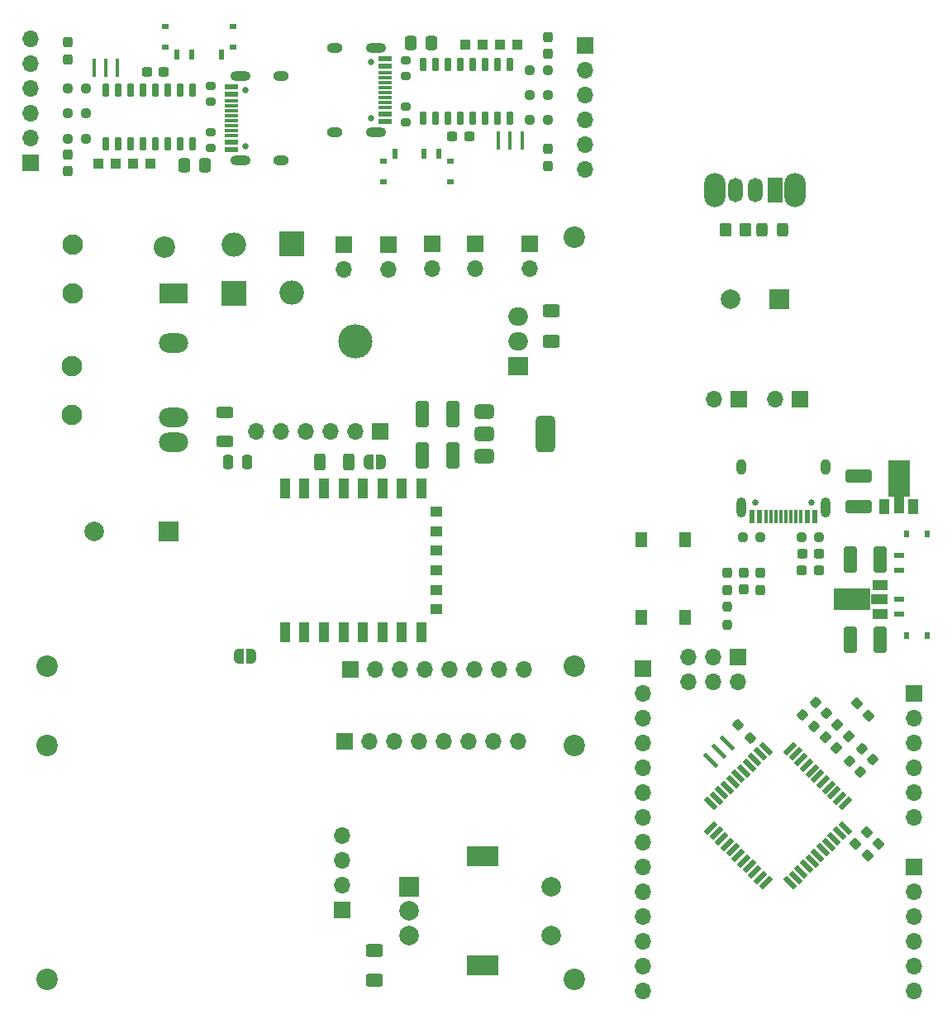
<source format=gbr>
%TF.GenerationSoftware,KiCad,Pcbnew,8.0.3*%
%TF.CreationDate,2024-09-09T16:29:24+03:00*%
%TF.ProjectId,JLC7,4a4c4337-2e6b-4696-9361-645f70636258,rev?*%
%TF.SameCoordinates,Original*%
%TF.FileFunction,Soldermask,Top*%
%TF.FilePolarity,Negative*%
%FSLAX46Y46*%
G04 Gerber Fmt 4.6, Leading zero omitted, Abs format (unit mm)*
G04 Created by KiCad (PCBNEW 8.0.3) date 2024-09-09 16:29:24*
%MOMM*%
%LPD*%
G01*
G04 APERTURE LIST*
G04 Aperture macros list*
%AMRoundRect*
0 Rectangle with rounded corners*
0 $1 Rounding radius*
0 $2 $3 $4 $5 $6 $7 $8 $9 X,Y pos of 4 corners*
0 Add a 4 corners polygon primitive as box body*
4,1,4,$2,$3,$4,$5,$6,$7,$8,$9,$2,$3,0*
0 Add four circle primitives for the rounded corners*
1,1,$1+$1,$2,$3*
1,1,$1+$1,$4,$5*
1,1,$1+$1,$6,$7*
1,1,$1+$1,$8,$9*
0 Add four rect primitives between the rounded corners*
20,1,$1+$1,$2,$3,$4,$5,0*
20,1,$1+$1,$4,$5,$6,$7,0*
20,1,$1+$1,$6,$7,$8,$9,0*
20,1,$1+$1,$8,$9,$2,$3,0*%
%AMRotRect*
0 Rectangle, with rotation*
0 The origin of the aperture is its center*
0 $1 length*
0 $2 width*
0 $3 Rotation angle, in degrees counterclockwise*
0 Add horizontal line*
21,1,$1,$2,0,0,$3*%
%AMFreePoly0*
4,1,19,0.500000,-0.750000,0.000000,-0.750000,0.000000,-0.744911,-0.071157,-0.744911,-0.207708,-0.704816,-0.327430,-0.627875,-0.420627,-0.520320,-0.479746,-0.390866,-0.500000,-0.250000,-0.500000,0.250000,-0.479746,0.390866,-0.420627,0.520320,-0.327430,0.627875,-0.207708,0.704816,-0.071157,0.744911,0.000000,0.744911,0.000000,0.750000,0.500000,0.750000,0.500000,-0.750000,0.500000,-0.750000,
$1*%
%AMFreePoly1*
4,1,19,0.000000,0.744911,0.071157,0.744911,0.207708,0.704816,0.327430,0.627875,0.420627,0.520320,0.479746,0.390866,0.500000,0.250000,0.500000,-0.250000,0.479746,-0.390866,0.420627,-0.520320,0.327430,-0.627875,0.207708,-0.704816,0.071157,-0.744911,0.000000,-0.744911,0.000000,-0.750000,-0.500000,-0.750000,-0.500000,0.750000,0.000000,0.750000,0.000000,0.744911,0.000000,0.744911,
$1*%
G04 Aperture macros list end*
%ADD10RoundRect,0.237500X0.044194X0.380070X-0.380070X-0.044194X-0.044194X-0.380070X0.380070X0.044194X0*%
%ADD11RoundRect,0.237500X-0.237500X0.300000X-0.237500X-0.300000X0.237500X-0.300000X0.237500X0.300000X0*%
%ADD12RoundRect,0.237500X0.250000X0.237500X-0.250000X0.237500X-0.250000X-0.237500X0.250000X-0.237500X0*%
%ADD13RoundRect,0.250000X-0.625000X0.400000X-0.625000X-0.400000X0.625000X-0.400000X0.625000X0.400000X0*%
%ADD14RoundRect,0.375000X-0.625000X-0.375000X0.625000X-0.375000X0.625000X0.375000X-0.625000X0.375000X0*%
%ADD15RoundRect,0.500000X-0.500000X-1.400000X0.500000X-1.400000X0.500000X1.400000X-0.500000X1.400000X0*%
%ADD16R,1.700000X1.700000*%
%ADD17O,1.700000X1.700000*%
%ADD18RoundRect,0.200000X-0.275000X0.200000X-0.275000X-0.200000X0.275000X-0.200000X0.275000X0.200000X0*%
%ADD19RoundRect,0.237500X-0.344715X0.008839X0.008839X-0.344715X0.344715X-0.008839X-0.008839X0.344715X0*%
%ADD20RoundRect,0.200000X0.275000X-0.200000X0.275000X0.200000X-0.275000X0.200000X-0.275000X-0.200000X0*%
%ADD21RoundRect,0.237500X0.237500X-0.287500X0.237500X0.287500X-0.237500X0.287500X-0.237500X-0.287500X0*%
%ADD22RoundRect,0.237500X0.237500X-0.250000X0.237500X0.250000X-0.237500X0.250000X-0.237500X-0.250000X0*%
%ADD23C,2.200000*%
%ADD24R,0.400000X1.900000*%
%ADD25RotRect,0.508000X1.473200X135.000000*%
%ADD26RotRect,0.508000X1.473200X45.000000*%
%ADD27R,2.500000X2.500000*%
%ADD28O,2.500000X2.500000*%
%ADD29RoundRect,0.237500X0.380070X-0.044194X-0.044194X0.380070X-0.380070X0.044194X0.044194X-0.380070X0*%
%ADD30RoundRect,0.237500X-0.237500X0.287500X-0.237500X-0.287500X0.237500X-0.287500X0.237500X0.287500X0*%
%ADD31RoundRect,0.237500X0.008839X0.344715X-0.344715X-0.008839X-0.008839X-0.344715X0.344715X0.008839X0*%
%ADD32R,1.000000X1.000000*%
%ADD33RoundRect,0.237500X-0.250000X-0.237500X0.250000X-0.237500X0.250000X0.237500X-0.250000X0.237500X0*%
%ADD34R,1.000000X0.500000*%
%ADD35R,0.500000X0.800000*%
%ADD36R,0.500000X1.000000*%
%ADD37R,0.800000X0.500000*%
%ADD38R,1.500000X1.000000*%
%ADD39R,3.700000X2.200000*%
%ADD40R,1.800000X1.000000*%
%ADD41RoundRect,0.250000X0.412500X1.100000X-0.412500X1.100000X-0.412500X-1.100000X0.412500X-1.100000X0*%
%ADD42R,2.000000X2.000000*%
%ADD43C,2.000000*%
%ADD44R,1.000000X1.500000*%
%ADD45R,2.200000X3.700000*%
%ADD46R,1.000000X1.800000*%
%ADD47RoundRect,0.250000X-0.337500X-0.475000X0.337500X-0.475000X0.337500X0.475000X-0.337500X0.475000X0*%
%ADD48O,3.500000X3.500000*%
%ADD49R,2.000000X1.905000*%
%ADD50O,2.000000X1.905000*%
%ADD51RoundRect,0.237500X-0.380070X0.044194X0.044194X-0.380070X0.380070X-0.044194X-0.044194X0.380070X0*%
%ADD52RoundRect,0.237500X-0.044194X-0.380070X0.380070X0.044194X0.044194X0.380070X-0.380070X-0.044194X0*%
%ADD53C,0.650000*%
%ADD54R,0.600000X1.450000*%
%ADD55R,0.300000X1.450000*%
%ADD56O,1.000000X2.100000*%
%ADD57O,1.000000X1.600000*%
%ADD58RoundRect,0.250000X-0.312500X-0.625000X0.312500X-0.625000X0.312500X0.625000X-0.312500X0.625000X0*%
%ADD59R,0.990600X2.006600*%
%ADD60R,1.295400X0.990600*%
%ADD61R,3.000000X2.000000*%
%ADD62O,3.000000X2.000000*%
%ADD63RoundRect,0.250000X0.625000X-0.312500X0.625000X0.312500X-0.625000X0.312500X-0.625000X-0.312500X0*%
%ADD64RoundRect,0.237500X-0.008839X-0.344715X0.344715X0.008839X0.008839X0.344715X-0.344715X-0.008839X0*%
%ADD65RotRect,0.400000X1.900000X45.000000*%
%ADD66RoundRect,0.250000X0.337500X0.475000X-0.337500X0.475000X-0.337500X-0.475000X0.337500X-0.475000X0*%
%ADD67RoundRect,0.250000X0.250000X0.475000X-0.250000X0.475000X-0.250000X-0.475000X0.250000X-0.475000X0*%
%ADD68R,3.200000X2.000000*%
%ADD69C,2.100000*%
%ADD70FreePoly0,0.000000*%
%ADD71FreePoly1,0.000000*%
%ADD72RoundRect,0.250000X-1.100000X0.412500X-1.100000X-0.412500X1.100000X-0.412500X1.100000X0.412500X0*%
%ADD73RoundRect,0.237500X-0.300000X-0.237500X0.300000X-0.237500X0.300000X0.237500X-0.300000X0.237500X0*%
%ADD74RoundRect,0.049600X0.260400X-0.605400X0.260400X0.605400X-0.260400X0.605400X-0.260400X-0.605400X0*%
%ADD75R,1.300000X1.550000*%
%ADD76O,2.200000X3.500000*%
%ADD77R,1.500000X2.500000*%
%ADD78O,1.500000X2.500000*%
%ADD79RoundRect,0.250000X-0.350000X-0.450000X0.350000X-0.450000X0.350000X0.450000X-0.350000X0.450000X0*%
%ADD80R,1.450000X0.600000*%
%ADD81R,1.450000X0.300000*%
%ADD82O,2.100000X1.000000*%
%ADD83O,1.600000X1.000000*%
%ADD84RoundRect,0.237500X0.300000X0.237500X-0.300000X0.237500X-0.300000X-0.237500X0.300000X-0.237500X0*%
%ADD85RoundRect,0.049600X-0.260400X0.605400X-0.260400X-0.605400X0.260400X-0.605400X0.260400X0.605400X0*%
%ADD86RoundRect,0.237500X0.237500X-0.300000X0.237500X0.300000X-0.237500X0.300000X-0.237500X-0.300000X0*%
%ADD87RoundRect,0.250000X0.325000X0.450000X-0.325000X0.450000X-0.325000X-0.450000X0.325000X-0.450000X0*%
G04 APERTURE END LIST*
D10*
%TO.C,C9*%
X143407464Y-121351068D03*
X142187704Y-122570828D03*
%TD*%
D11*
%TO.C,C4*%
X63465000Y-61780000D03*
X63465000Y-63505000D03*
%TD*%
D12*
%TO.C,R1*%
X65297500Y-54992500D03*
X63472500Y-54992500D03*
%TD*%
D13*
%TO.C,R3*%
X94826320Y-143281180D03*
X94826320Y-146381180D03*
%TD*%
D14*
%TO.C,U4*%
X106110000Y-88127500D03*
X106110000Y-90427500D03*
D15*
X112410000Y-90427500D03*
D14*
X106110000Y-92727500D03*
%TD*%
D16*
%TO.C,FAN2*%
X96255000Y-70975000D03*
D17*
X96255000Y-73515000D03*
%TD*%
D18*
%TO.C,R5*%
X98035000Y-56860000D03*
X98035000Y-58510000D03*
%TD*%
D16*
%TO.C,J6*%
X132220000Y-86852500D03*
D17*
X129680000Y-86852500D03*
%TD*%
D19*
%TO.C,R4*%
X132109765Y-120237271D03*
X133400235Y-121527741D03*
%TD*%
D20*
%TO.C,R5*%
X78050000Y-56377500D03*
X78050000Y-54727500D03*
%TD*%
D21*
%TO.C,D3*%
X132685000Y-106359282D03*
X132685000Y-104609282D03*
%TD*%
D22*
%TO.C,R3*%
X130975000Y-109921782D03*
X130975000Y-108096782D03*
%TD*%
D23*
%TO.C,REF\u002A\u002A*%
X115326320Y-146281180D03*
%TD*%
D16*
%TO.C,J6*%
X150095000Y-117002506D03*
D17*
X150095000Y-119542506D03*
X150095000Y-122082506D03*
X150095000Y-124622506D03*
X150095000Y-127162506D03*
X150095000Y-129702506D03*
%TD*%
D23*
%TO.C,REF\u002A\u002A*%
X115355000Y-114215000D03*
%TD*%
D24*
%TO.C,Y1*%
X68525000Y-52872500D03*
X67325000Y-52872500D03*
X66125000Y-52872500D03*
%TD*%
D25*
%TO.C,U1*%
X143073876Y-128283231D03*
X142517100Y-127726455D03*
X141942364Y-127151718D03*
X141385588Y-126594943D03*
X140810852Y-126020206D03*
X140254076Y-125463430D03*
X139697300Y-124906654D03*
X139122563Y-124331918D03*
X138565788Y-123775142D03*
X137991051Y-123200406D03*
X137434275Y-122643630D03*
D26*
X134955725Y-122643630D03*
X134398949Y-123200406D03*
X133824212Y-123775142D03*
X133267437Y-124331918D03*
X132692700Y-124906654D03*
X132135924Y-125463430D03*
X131579148Y-126020206D03*
X131004412Y-126594943D03*
X130447636Y-127151718D03*
X129872900Y-127726455D03*
X129316124Y-128283231D03*
D25*
X129316124Y-130761781D03*
X129872900Y-131318557D03*
X130447636Y-131893294D03*
X131004412Y-132450069D03*
X131579148Y-133024806D03*
X132135924Y-133581582D03*
X132692700Y-134138358D03*
X133267437Y-134713094D03*
X133824212Y-135269870D03*
X134398949Y-135844606D03*
X134955725Y-136401382D03*
D26*
X137434275Y-136401382D03*
X137991051Y-135844606D03*
X138565788Y-135269870D03*
X139122563Y-134713094D03*
X139697300Y-134138358D03*
X140254076Y-133581582D03*
X140810852Y-133024806D03*
X141385588Y-132450069D03*
X141942364Y-131893294D03*
X142517100Y-131318557D03*
X143073876Y-130761781D03*
%TD*%
D27*
%TO.C,J2*%
X86405000Y-70940000D03*
D28*
X86405000Y-75940000D03*
%TD*%
D16*
%TO.C,J3*%
X95465302Y-90120300D03*
D17*
X92925302Y-90120300D03*
X90385302Y-90120300D03*
X87845302Y-90120300D03*
X85305302Y-90120300D03*
X82765302Y-90120300D03*
%TD*%
D29*
%TO.C,C10*%
X145477464Y-119260828D03*
X144257704Y-118041068D03*
%TD*%
D24*
%TO.C,Y1*%
X107560000Y-60365000D03*
X108760000Y-60365000D03*
X109960000Y-60365000D03*
%TD*%
D23*
%TO.C,REF\u002A\u002A*%
X73350000Y-71225000D03*
%TD*%
%TO.C,REF\u002A\u002A*%
X61326320Y-146281180D03*
%TD*%
D16*
%TO.C,J5*%
X132105000Y-113242506D03*
D17*
X132105000Y-115782506D03*
X129565000Y-113242506D03*
X129565000Y-115782506D03*
X127025000Y-113242506D03*
X127025000Y-115782506D03*
%TD*%
D16*
%TO.C,REF\u002A\u002A*%
X91776320Y-121906180D03*
D17*
X94316320Y-121906180D03*
X96856320Y-121906180D03*
X99396320Y-121906180D03*
X101936320Y-121906180D03*
X104476320Y-121906180D03*
X107016320Y-121906180D03*
X109556320Y-121906180D03*
%TD*%
D21*
%TO.C,D1*%
X130975000Y-106371782D03*
X130975000Y-104621782D03*
%TD*%
D23*
%TO.C,REF\u002A\u002A*%
X61326320Y-122281180D03*
%TD*%
D30*
%TO.C,D1*%
X63455000Y-50257500D03*
X63455000Y-52007500D03*
%TD*%
D31*
%TO.C,R7*%
X140030235Y-117904047D03*
X138739765Y-119194517D03*
%TD*%
D32*
%TO.C,REF\u002A\u002A*%
X109520000Y-50485000D03*
%TD*%
%TO.C,REF\u002A\u002A*%
X105940000Y-50485000D03*
%TD*%
D33*
%TO.C,R1*%
X138612500Y-101012506D03*
X140437500Y-101012506D03*
%TD*%
D16*
%TO.C,FAN4*%
X105155000Y-70950000D03*
D17*
X105155000Y-73490000D03*
%TD*%
D34*
%TO.C,SW1*%
X148574765Y-108862271D03*
X148574765Y-107362271D03*
X148574765Y-104362271D03*
X148574765Y-102862271D03*
D35*
X149374765Y-100662271D03*
X151474765Y-100662271D03*
X151474765Y-111062271D03*
X149374765Y-111062271D03*
%TD*%
D32*
%TO.C,REF\u002A\u002A*%
X104150000Y-50485000D03*
%TD*%
D21*
%TO.C,D1*%
X112630000Y-62980000D03*
X112630000Y-61230000D03*
%TD*%
D23*
%TO.C,REF\u002A\u002A*%
X61355000Y-114215000D03*
%TD*%
D36*
%TO.C,SW1*%
X96940000Y-61675000D03*
X99940000Y-61675000D03*
X101440000Y-61675000D03*
D37*
X102640000Y-62475000D03*
X102640000Y-64575000D03*
X95740000Y-64575000D03*
X95740000Y-62475000D03*
%TD*%
D16*
%TO.C,J4*%
X59665000Y-62652500D03*
D17*
X59665000Y-60112500D03*
X59665000Y-57572500D03*
X59665000Y-55032500D03*
X59665000Y-52492500D03*
X59665000Y-49952500D03*
%TD*%
D38*
%TO.C,U3*%
X146697265Y-108858521D03*
D39*
X143797265Y-107358521D03*
D40*
X146547265Y-107358521D03*
D38*
X146697265Y-105858521D03*
%TD*%
D41*
%TO.C,C3*%
X146699765Y-111468521D03*
X143574765Y-111468521D03*
%TD*%
D32*
%TO.C,REF\u002A\u002A*%
X107730000Y-50485000D03*
%TD*%
D42*
%TO.C,LS1*%
X136357677Y-76612500D03*
D43*
X131357677Y-76612500D03*
%TD*%
D44*
%TO.C,U2*%
X147085000Y-97842506D03*
D45*
X148585000Y-94942506D03*
D46*
X148585000Y-97692506D03*
D44*
X150085000Y-97842506D03*
%TD*%
D16*
%TO.C,FAN3*%
X100730000Y-70950000D03*
D17*
X100730000Y-73490000D03*
%TD*%
D47*
%TO.C,C5*%
X75397500Y-62915000D03*
X77472500Y-62915000D03*
%TD*%
D13*
%TO.C,R2*%
X112955000Y-77800000D03*
X112955000Y-80900000D03*
%TD*%
D16*
%TO.C,TH1*%
X110730000Y-70950000D03*
D17*
X110730000Y-73490000D03*
%TD*%
D48*
%TO.C,Q1*%
X92920000Y-80900000D03*
D49*
X109580000Y-83440000D03*
D50*
X109580000Y-80900000D03*
X109580000Y-78360000D03*
%TD*%
D51*
%TO.C,C7*%
X144141111Y-132377450D03*
X145360871Y-133597210D03*
%TD*%
D16*
%TO.C,REF\u002A\u002A*%
X92405000Y-114540000D03*
D17*
X94945000Y-114540000D03*
X97485000Y-114540000D03*
X100025000Y-114540000D03*
X102565000Y-114540000D03*
X105105000Y-114540000D03*
X107645000Y-114540000D03*
X110185000Y-114540000D03*
%TD*%
D52*
%TO.C,C8*%
X141035120Y-121432386D03*
X142254880Y-120212626D03*
%TD*%
D32*
%TO.C,REF\u002A\u002A*%
X71935000Y-62752500D03*
%TD*%
D20*
%TO.C,R4*%
X98045000Y-53760000D03*
X98045000Y-52110000D03*
%TD*%
D27*
%TO.C,J4*%
X80455000Y-75990000D03*
D28*
X80455000Y-70990000D03*
%TD*%
D53*
%TO.C,J1*%
X139645000Y-97412506D03*
X133865000Y-97412506D03*
D54*
X140005000Y-98857506D03*
X139205000Y-98857506D03*
D55*
X138005000Y-98857506D03*
X137005000Y-98857506D03*
X136505000Y-98857506D03*
X135505000Y-98857506D03*
D54*
X133505000Y-98857506D03*
X134305000Y-98857506D03*
D55*
X135005000Y-98857506D03*
X136005000Y-98857506D03*
X137505000Y-98857506D03*
X138505000Y-98857506D03*
D56*
X141075000Y-97942506D03*
D57*
X141075000Y-93762506D03*
D56*
X132435000Y-97942506D03*
D57*
X132435000Y-93762506D03*
%TD*%
D31*
%TO.C,R8*%
X141176052Y-119052429D03*
X139885582Y-120342899D03*
%TD*%
D16*
%TO.C,J1*%
X138450000Y-86832500D03*
D17*
X135910000Y-86832500D03*
%TD*%
D58*
%TO.C,R4*%
X89297802Y-93295300D03*
X92222802Y-93295300D03*
%TD*%
D59*
%TO.C,U1*%
X85680002Y-110715002D03*
X87680001Y-110715002D03*
X89680002Y-110715002D03*
X91680000Y-110715002D03*
X93680002Y-110715002D03*
X95680000Y-110715002D03*
X97680001Y-110715002D03*
X99680000Y-110715002D03*
D60*
X101205001Y-108365001D03*
X101205001Y-106365000D03*
X101205001Y-104365002D03*
X101205001Y-102365000D03*
X101205001Y-100365002D03*
X101205001Y-98365001D03*
D59*
X99680000Y-96015000D03*
X97680001Y-96015000D03*
X95680000Y-96015000D03*
X93680002Y-96015000D03*
X91680000Y-96015000D03*
X89680002Y-96015000D03*
X87680001Y-96015000D03*
X85680000Y-96015000D03*
%TD*%
D41*
%TO.C,C1*%
X146699765Y-103238521D03*
X143574765Y-103238521D03*
%TD*%
D61*
%TO.C,U2*%
X74305000Y-75985000D03*
D62*
X74305000Y-81065000D03*
X74305000Y-88685000D03*
X74305000Y-91225000D03*
%TD*%
D16*
%TO.C,J4*%
X122345000Y-114482506D03*
D17*
X122345000Y-117022506D03*
X122345000Y-119562506D03*
X122345000Y-122102506D03*
X122345000Y-124642506D03*
X122345000Y-127182506D03*
X122345000Y-129722506D03*
X122345000Y-132262506D03*
X122345000Y-134802506D03*
X122345000Y-137342506D03*
X122345000Y-139882506D03*
X122345000Y-142422506D03*
X122345000Y-144962506D03*
X122345000Y-147502506D03*
%TD*%
D16*
%TO.C,J4*%
X116420000Y-50585000D03*
D17*
X116420000Y-53125000D03*
X116420000Y-55665000D03*
X116420000Y-58205000D03*
X116420000Y-60745000D03*
X116420000Y-63285000D03*
%TD*%
D63*
%TO.C,R1*%
X79485302Y-91132800D03*
X79485302Y-88207800D03*
%TD*%
D32*
%TO.C,REF\u002A\u002A*%
X68355000Y-62752500D03*
%TD*%
D64*
%TO.C,R5*%
X143497619Y-123933776D03*
X144788089Y-122643306D03*
%TD*%
D65*
%TO.C,Y1*%
X129326472Y-123801034D03*
X130175000Y-122952506D03*
X131023528Y-122103978D03*
%TD*%
D66*
%TO.C,C5*%
X100687500Y-50322500D03*
X98612500Y-50322500D03*
%TD*%
D16*
%TO.C,FAN1*%
X91680000Y-70975000D03*
D17*
X91680000Y-73515000D03*
%TD*%
D67*
%TO.C,C1*%
X81780000Y-93290000D03*
X79880000Y-93290000D03*
%TD*%
D42*
%TO.C,SW3*%
X98426320Y-136756180D03*
D43*
X98426320Y-141756180D03*
X98426320Y-139256180D03*
D68*
X105926320Y-133656180D03*
X105926320Y-144856180D03*
D43*
X112926320Y-141756180D03*
X112926320Y-136756180D03*
%TD*%
D33*
%TO.C,R3*%
X63462500Y-60132500D03*
X65287500Y-60132500D03*
%TD*%
D69*
%TO.C,J6*%
X63905000Y-71015000D03*
X63905000Y-76015000D03*
%TD*%
D64*
%TO.C,R6*%
X144628990Y-125065147D03*
X145919460Y-123774677D03*
%TD*%
D42*
%TO.C,BZ1*%
X73755000Y-100390000D03*
D43*
X66155000Y-100390000D03*
%TD*%
D70*
%TO.C,JP1*%
X80920000Y-113135000D03*
D71*
X82220000Y-113135000D03*
%TD*%
D16*
%TO.C,U3*%
X91551320Y-139171180D03*
D17*
X91551320Y-136631180D03*
X91551320Y-134091180D03*
X91551320Y-131551180D03*
%TD*%
D72*
%TO.C,C6*%
X144425000Y-94717506D03*
X144425000Y-97842506D03*
%TD*%
D41*
%TO.C,C3*%
X102892500Y-88352500D03*
X99767500Y-88352500D03*
%TD*%
D73*
%TO.C,C4*%
X138662500Y-102642506D03*
X140387500Y-102642506D03*
%TD*%
D41*
%TO.C,C2*%
X102892500Y-92602500D03*
X99767500Y-92602500D03*
%TD*%
D32*
%TO.C,REF\u002A\u002A*%
X70145000Y-62752500D03*
%TD*%
D74*
%TO.C,U3*%
X99880000Y-58055000D03*
X101150000Y-58055000D03*
X102420000Y-58055000D03*
X103690000Y-58055000D03*
X104960000Y-58055000D03*
X106230000Y-58055000D03*
X107500000Y-58055000D03*
X108770000Y-58055000D03*
X108770000Y-52555000D03*
X107500000Y-52555000D03*
X106230000Y-52555000D03*
X104960000Y-52555000D03*
X103690000Y-52555000D03*
X102420000Y-52555000D03*
X101150000Y-52555000D03*
X99880000Y-52555000D03*
%TD*%
D73*
%TO.C,C3*%
X71542500Y-53312500D03*
X73267500Y-53312500D03*
%TD*%
D75*
%TO.C,SW2*%
X122205000Y-109194282D03*
X122205000Y-101244282D03*
X126705000Y-109194282D03*
X126705000Y-101244282D03*
%TD*%
D69*
%TO.C,J1*%
X63880000Y-83465000D03*
X63880000Y-88465000D03*
%TD*%
D18*
%TO.C,R4*%
X78040000Y-59477500D03*
X78040000Y-61127500D03*
%TD*%
D12*
%TO.C,R3*%
X112622500Y-53105000D03*
X110797500Y-53105000D03*
%TD*%
D70*
%TO.C,JP2*%
X94260000Y-93305000D03*
D71*
X95560000Y-93305000D03*
%TD*%
D16*
%TO.C,J7*%
X150105000Y-134782506D03*
D17*
X150105000Y-137322506D03*
X150105000Y-139862506D03*
X150105000Y-142402506D03*
X150105000Y-144942506D03*
X150105000Y-147482506D03*
%TD*%
D76*
%TO.C,SW1*%
X137970000Y-65412500D03*
X129770000Y-65412500D03*
D77*
X135870000Y-65412500D03*
D78*
X133870000Y-65412500D03*
X131870000Y-65412500D03*
%TD*%
D36*
%TO.C,SW1*%
X79145000Y-51562500D03*
X76145000Y-51562500D03*
X74645000Y-51562500D03*
D37*
X73445000Y-50762500D03*
X73445000Y-48662500D03*
X80345000Y-48662500D03*
X80345000Y-50762500D03*
%TD*%
D79*
%TO.C,R3*%
X130837500Y-69452500D03*
X132837500Y-69452500D03*
%TD*%
D23*
%TO.C,REF\u002A\u002A*%
X115326320Y-122281180D03*
%TD*%
D29*
%TO.C,C11*%
X146494880Y-132422386D03*
X145275120Y-131202626D03*
%TD*%
D32*
%TO.C,REF\u002A\u002A*%
X66565000Y-62752500D03*
%TD*%
D53*
%TO.C,J2*%
X81620000Y-60952500D03*
X81620000Y-55172500D03*
D80*
X80175000Y-61312500D03*
X80175000Y-60512500D03*
D81*
X80175000Y-59312500D03*
X80175000Y-58312500D03*
X80175000Y-57812500D03*
X80175000Y-56812500D03*
D80*
X80175000Y-54812500D03*
X80175000Y-55612500D03*
D81*
X80175000Y-56312500D03*
X80175000Y-57312500D03*
X80175000Y-58812500D03*
X80175000Y-59812500D03*
D82*
X81090000Y-62382500D03*
D83*
X85270000Y-62382500D03*
D82*
X81090000Y-53742500D03*
D83*
X85270000Y-53742500D03*
%TD*%
D23*
%TO.C,REF\u002A\u002A*%
X115355000Y-70240000D03*
%TD*%
D84*
%TO.C,C3*%
X104542500Y-59925000D03*
X102817500Y-59925000D03*
%TD*%
D85*
%TO.C,U3*%
X76205000Y-55182500D03*
X74935000Y-55182500D03*
X73665000Y-55182500D03*
X72395000Y-55182500D03*
X71125000Y-55182500D03*
X69855000Y-55182500D03*
X68585000Y-55182500D03*
X67315000Y-55182500D03*
X67315000Y-60682500D03*
X68585000Y-60682500D03*
X69855000Y-60682500D03*
X71125000Y-60682500D03*
X72395000Y-60682500D03*
X73665000Y-60682500D03*
X74935000Y-60682500D03*
X76205000Y-60682500D03*
%TD*%
D86*
%TO.C,C4*%
X112620000Y-51457500D03*
X112620000Y-49732500D03*
%TD*%
D53*
%TO.C,J2*%
X94465000Y-52285000D03*
X94465000Y-58065000D03*
D80*
X95910000Y-51925000D03*
X95910000Y-52725000D03*
D81*
X95910000Y-53925000D03*
X95910000Y-54925000D03*
X95910000Y-55425000D03*
X95910000Y-56425000D03*
D80*
X95910000Y-58425000D03*
X95910000Y-57625000D03*
D81*
X95910000Y-56925000D03*
X95910000Y-55925000D03*
X95910000Y-54425000D03*
X95910000Y-53425000D03*
D82*
X94995000Y-50855000D03*
D83*
X90815000Y-50855000D03*
D82*
X94995000Y-59495000D03*
D83*
X90815000Y-59495000D03*
%TD*%
D33*
%TO.C,R1*%
X110787500Y-58245000D03*
X112612500Y-58245000D03*
%TD*%
D87*
%TO.C,D1*%
X136645000Y-69462500D03*
X134595000Y-69462500D03*
%TD*%
D12*
%TO.C,R2*%
X112622500Y-55655000D03*
X110797500Y-55655000D03*
%TD*%
D21*
%TO.C,D2*%
X134375000Y-106364282D03*
X134375000Y-104614282D03*
%TD*%
D12*
%TO.C,R2*%
X134395000Y-101012506D03*
X132570000Y-101012506D03*
%TD*%
D33*
%TO.C,R2*%
X63462500Y-57582500D03*
X65287500Y-57582500D03*
%TD*%
D73*
%TO.C,C2*%
X138637500Y-104355006D03*
X140362500Y-104355006D03*
%TD*%
M02*

</source>
